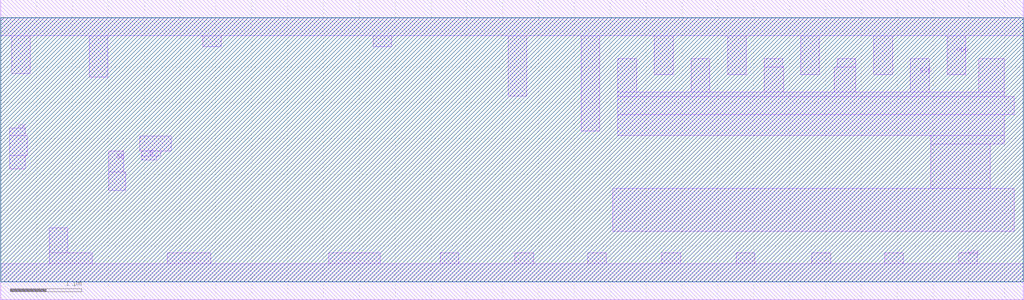
<source format=lef>
VERSION 5.7 ;
BUSBITCHARS "[]" ;
DIVIDERCHAR "/" ;

UNITS
 DATABASE MICRONS 2000 ;
END UNITS

LAYER TEXT
 TYPE MASTERSLICE ;
END TEXT

LAYER METAL1
 TYPE ROUTING ;
 PITCH 0.41 ;
 DIRECTION HORIZONTAL ;
 WIDTH 0.16 ;
 MINWIDTH 0.16 ;
 SPACING 0.18 ;
END METAL1

LAYER VIA12
 TYPE CUT ;
 SPACING 0.22 ;
END VIA12

LAYER METAL2
 TYPE ROUTING ;
 PITCH 0.46 ;
 DIRECTION VERTICAL ;
 WIDTH 0.2 ;
 MINWIDTH 0.2 ;
 SPACING 0.21 ;
 AREA 0.144 ;
END METAL2

LAYER VIA23
 TYPE CUT ;
 SPACING 0.22 ;
END VIA23

LAYER METAL3
 TYPE ROUTING ;
 PITCH 0.41 ;
 DIRECTION HORIZONTAL ;
 WIDTH 0.2 ;
 MINWIDTH 0.2 ;
 SPACING 0.21 ;
 AREA 0.144 ;
END METAL3

LAYER VIA34
 TYPE CUT ;
 SPACING 0.22 ;
END VIA34

LAYER METAL4
 TYPE ROUTING ;
 PITCH 0.46 ;
 DIRECTION VERTICAL ;
 WIDTH 0.2 ;
 MINWIDTH 0.2 ;
 SPACING 0.21 ;
 AREA 0.144 ;
END METAL4

LAYER VIA45
 TYPE CUT ;
 SPACING 0.22 ;
END VIA45

LAYER METAL5
 TYPE ROUTING ;
 PITCH 0.41 ;
 DIRECTION HORIZONTAL ;
 WIDTH 0.2 ;
 MINWIDTH 0.2 ;
 SPACING 0.21 ;
 AREA 0.144 ;
END METAL5

LAYER VIA56
 TYPE CUT ;
 SPACING 0.22 ;
END VIA56

LAYER METAL6
 TYPE ROUTING ;
 PITCH 0.46 ;
 DIRECTION VERTICAL ;
 WIDTH 0.2 ;
 MINWIDTH 0.2 ;
 SPACING 0.21 ;
 AREA 0.144 ;
END METAL6

LAYER VIA67
 TYPE CUT ;
 SPACING 0.22 ;
END VIA67

LAYER METAL7
 TYPE ROUTING ;
 PITCH 0.41 ;
 DIRECTION HORIZONTAL ;
 WIDTH 0.2 ;
 MINWIDTH 0.2 ;
 SPACING 0.21 ; 
END METAL7

LAYER VIA78
 TYPE CUT ;
 SPACING 0.35 ;
END VIA78

LAYER METAL8
 TYPE ROUTING ;
 PITCH 1.38 ;
 DIRECTION VERTICAL ;
 WIDTH 0.44 ;
 MINWIDTH 0.44 ;
 SPACING 0.46 ;
END METAL8

VIARULE via1Array GENERATE
  LAYER METAL1 ;
    ENCLOSURE 0.05 0.05 ;
  LAYER METAL2 ;
    ENCLOSURE 0.05 0.05 ;
  LAYER VIA12 ;
    RECT -0.095 -0.095 0.095 0.095 ;
    SPACING 0.48 BY 0.48 ;
END via1Array

VIARULE via2Array GENERATE
  LAYER METAL2 ;
    ENCLOSURE 0.05 0.05 ;
  LAYER METAL3 ;
    ENCLOSURE 0.05 0.05 ;
  LAYER VIA23 ;
    RECT -0.095 -0.095 0.095 0.095 ;
    SPACING 0.48 BY 0.48 ;
END via2Array

VIARULE via3Array GENERATE
  LAYER METAL3 ;
    ENCLOSURE 0.05 0.05 ;
  LAYER METAL4 ;
    ENCLOSURE 0.05 0.05 ;
  LAYER VIA34 ;
    RECT -0.095 -0.095 0.095 0.095 ;
    SPACING 0.48 BY 0.48 ;
END via3Array

VIARULE via4Array GENERATE
  LAYER METAL4 ;
    ENCLOSURE 0.05 0.05 ;
  LAYER METAL5 ;
    ENCLOSURE 0.05 0.05 ;
  LAYER VIA45 ;
    RECT -0.095 -0.095 0.095 0.095 ;
    SPACING 0.48 BY 0.48 ;
END via4Array

VIARULE via5Array GENERATE
  LAYER METAL5 ;
    ENCLOSURE 0.05 0.05 ;
  LAYER METAL6 ;
    ENCLOSURE 0.05 0.05 ;
  LAYER VIA56 ;
    RECT -0.095 -0.095 0.095 0.095 ;
    SPACING 0.48 BY 0.48 ;
END via5Array

VIARULE via6Array GENERATE
  LAYER METAL6 ;
    ENCLOSURE 0.05 0.05 ;
  LAYER METAL7 ;
    ENCLOSURE 0.05 0.05 ;
  LAYER VIA67 ;
    RECT -0.095 -0.095 0.095 0.095 ;
    SPACING 0.48 BY 0.48 ;
END via6Array

VIARULE via7Array GENERATE
  LAYER METAL7 ;
    ENCLOSURE 0.05 0.09 ;
  LAYER METAL8 ;
    ENCLOSURE 0.05 0.09 ;
  LAYER VIA78 ;
    RECT -0.18 -0.18 0.18 0.18 ;
    SPACING 0.9 BY 0.9 ;
END via7Array

VIA via1 DEFAULT
  LAYER VIA12 ;
    RECT -0.095 -0.095 0.095 0.095 ;
  LAYER METAL1 ;
    RECT -0.105 -0.145 0.105 0.145 ;
  LAYER METAL2 ;
    RECT -0.1 -0.145 0.1 0.145 ;
  END via1

VIA via1vh DEFAULT
  LAYER VIA12 ;
    RECT -0.095 -0.095 0.095 0.095 ;
  LAYER METAL1 ;
    RECT -0.105 -0.145 0.105 0.145 ;
  LAYER METAL2 ;
    RECT -0.145 -0.1 0.145 0.1 ;
  END via1vh

VIA via2 DEFAULT
  LAYER VIA23 ;
    RECT -0.095 -0.095 0.095 0.095 ;
  LAYER METAL2 ;
    RECT -0.1 -0.145 0.1 0.145 ;
  LAYER METAL3 ;
    RECT -0.145 -0.1 0.145 0.1 ;
  END via2

VIA via2hh DEFAULT
  LAYER VIA23 ;
    RECT -0.095 -0.095 0.095 0.095 ;
  LAYER METAL2 ;
    RECT -0.145 -0.1 0.145 0.1 ;
  LAYER METAL3 ;
    RECT -0.145 -0.1 0.145 0.1 ;
  END via2hh

VIA via2ts DEFAULT
  LAYER VIA23 ;
    RECT -0.095 -0.095 0.095 0.095 ;
  LAYER METAL2 ;
    RECT -0.1 -0.36 0.1 0.36 ;
  LAYER METAL3 ;
    RECT -0.145 -0.1 0.145 0.1 ;
  END via2ts

VIA via3 DEFAULT
  LAYER VIA34 ;
    RECT -0.095 -0.095 0.095 0.095 ;
  LAYER METAL3 ;
    RECT -0.145 -0.1 0.145 0.1 ;
  LAYER METAL4 ;
    RECT -0.1 -0.145 0.1 0.145 ;
  END via3

VIA via3hh DEFAULT
  LAYER VIA34 ;
    RECT -0.095 -0.095 0.095 0.095 ;
  LAYER METAL3 ;
    RECT -0.145 -0.1 0.145 0.1 ;
  LAYER METAL4 ;
    RECT -0.145 -0.1 0.145 0.1 ;
  END via3hh

VIA via3ts DEFAULT
  LAYER VIA34 ;
    RECT -0.095 -0.095 0.095 0.095 ;
  LAYER METAL3 ;
    RECT -0.36 -0.1 0.36 0.1 ;
  LAYER METAL4 ;
    RECT -0.1 -0.145 0.1 0.145 ;
  END via3ts

VIA via4 DEFAULT
  LAYER VIA45 ;
    RECT -0.095 -0.095 0.095 0.095 ;
  LAYER METAL4 ;
    RECT -0.1 -0.145 0.1 0.145 ;
  LAYER METAL5 ;
    RECT -0.145 -0.1 0.145 0.1 ;
  END via4

VIA via4hh DEFAULT
  LAYER VIA45 ;
    RECT -0.095 -0.095 0.095 0.095 ;
  LAYER METAL4 ;
    RECT -0.145 -0.1 0.145 0.1 ;
  LAYER METAL5 ;
    RECT -0.145 -0.1 0.145 0.1 ;
  END via4hh

VIA via4ts DEFAULT
  LAYER VIA45 ;
    RECT -0.095 -0.095 0.095 0.095 ;
  LAYER METAL4 ;
    RECT -0.1 -0.36 0.1 0.36 ;
  LAYER METAL5 ;
    RECT -0.145 -0.1 0.145 0.1 ;
  END via4ts

VIA via5 DEFAULT
  LAYER VIA56 ;
    RECT -0.095 -0.095 0.095 0.095 ;
  LAYER METAL5 ;
    RECT -0.145 -0.1 0.145 0.1 ;
  LAYER METAL6 ;
    RECT -0.1 -0.145 0.1 0.145 ;
  END via5

VIA via5vv DEFAULT
  LAYER VIA56 ;
    RECT -0.095 -0.095 0.095 0.095 ;
  LAYER METAL5 ;
    RECT -0.1 -0.145 0.1 0.145 ;
  LAYER METAL6 ;
    RECT -0.1 -0.145 0.1 0.145 ;
  END via5vv

VIA via5ts DEFAULT
  LAYER VIA56 ;
    RECT -0.095 -0.095 0.095 0.095 ;
  LAYER METAL5 ;
    RECT -0.36 -0.1 0.36 0.1 ;
  LAYER METAL6 ;
    RECT -0.1 -0.145 0.1 0.145 ;
  END via5ts

VIA via6 DEFAULT
  LAYER VIA67 ;
    RECT -0.095 -0.095 0.095 0.095 ;
  LAYER METAL6 ;
    RECT -0.1 -0.145 0.1 0.145 ;
  LAYER METAL7 ;
    RECT -0.145 -0.1 0.145 0.1 ;
  END via6

VIA via6hh DEFAULT
  LAYER VIA67 ;
    RECT -0.095 -0.095 0.095 0.095 ;
  LAYER METAL6 ;
    RECT -0.145 -0.1 0.145 0.1 ;
  LAYER METAL7 ;
    RECT -0.145 -0.1 0.145 0.1 ;
  END via6hh

VIA via6ts DEFAULT
  LAYER VIA67 ;
    RECT -0.095 -0.095 0.095 0.095 ;
  LAYER METAL6 ;
    RECT -0.1 -0.36 0.1 0.36 ;
  LAYER METAL7 ;
    RECT -0.145 -0.1 0.145 0.1 ;
  END via6ts

VIA via7 DEFAULT
  LAYER VIA78 ;
    RECT -0.18 -0.18 0.18 0.18 ;
  LAYER METAL7 ;
    RECT -0.23 -0.19 0.23 0.19 ;
  LAYER METAL8 ;
    RECT -0.27 -0.27 0.27 0.27 ;
  END via7

MACRO CELL1
 CLASS CORE ;
 FOREIGN CELL1 ;
 ORIGIN 0 0 ;
 SIZE 14.26 BY 3.69 ;
 SYMMETRY X Y  ;
 PIN SE
 DIRECTION INPUT ;
 USE SIGNAL ;
 PORT
 LAYER METAL1 ;
 RECT 1.505 1.275 1.745 1.535 ;
 RECT 1.505 1.535 1.715 1.83 ;
 END
 END SE

 PIN ECK
 DIRECTION OUTPUT ;
 USE SIGNAL ;
 PORT
 LAYER METAL1 ;
 RECT 8.605 2.585 13.995 2.65 ;
 RECT 9.625 2.65 9.885 3.115 ;
 RECT 8.605 2.65 8.865 3.115 ;
 RECT 13.64 2.65 13.99 3.115 ;
 RECT 11.625 2.65 11.925 2.995 ;
 RECT 10.645 2.65 10.915 2.995 ;
 RECT 8.605 2.335 14.135 2.585 ;
 RECT 8.605 2.045 13.995 2.335 ;
 RECT 11.665 2.995 11.925 3.115 ;
 RECT 10.645 2.995 10.905 3.115 ;
 RECT 12.965 1.305 13.795 1.925 ;
 RECT 8.53 0.705 14.13 1.305 ;
 RECT 12.965 1.925 13.995 2.045 ;
 RECT 12.685 2.65 12.945 3.115 ;
 END
 END ECK

 PIN E
 DIRECTION INPUT ;
 USE SIGNAL ;
 PORT
 LAYER METAL1 ;
 RECT 1.965 1.755 2.23 1.825 ;
 RECT 1.94 1.825 2.38 2.035 ;
 RECT 1.965 1.7 2.175 1.755 ;
 END
 END E

 PIN CK
 DIRECTION INPUT ;
 USE CLOCK ;
 PORT
 LAYER METAL1 ;
 RECT 0.125 1.765 0.37 2.045 ;
 RECT 0.125 1.575 0.345 1.765 ;
 RECT 0.125 2.045 0.345 2.145 ;
 END
 END CK

 PIN VSS
 DIRECTION INOUT ;
 USE GROUND ;
 PORT
 LAYER METAL1 ;
 RECT 0 -0.25 14.26 0.25 ;
 RECT 12.325 0.25 12.585 0.405 ;
 RECT 11.31 0.25 11.57 0.405 ;
 RECT 10.255 0.25 10.515 0.405 ;
 RECT 9.22 0.25 9.48 0.405 ;
 RECT 8.185 0.25 8.445 0.405 ;
 RECT 7.17 0.25 7.43 0.405 ;
 RECT 6.125 0.25 6.385 0.405 ;
 RECT 4.575 0.25 5.295 0.405 ;
 RECT 2.325 0.25 2.925 0.405 ;
 RECT 0.675 0.25 1.275 0.405 ;
 RECT 0.675 0.405 0.935 0.755 ;
 RECT 13.355 0.25 13.615 0.405 ;
 END
 END VSS

 PIN VDD
 DIRECTION INOUT ;
 USE POWER ;
 PORT
 LAYER METAL1 ;
 RECT 0 3.44 14.26 3.94 ;
 RECT 12.175 2.895 12.435 3.44 ;
 RECT 11.155 2.895 11.415 3.44 ;
 RECT 10.135 2.895 10.395 3.44 ;
 RECT 9.115 2.895 9.375 3.44 ;
 RECT 8.095 2.105 8.355 3.44 ;
 RECT 7.075 2.595 7.335 3.44 ;
 RECT 5.195 3.285 5.455 3.44 ;
 RECT 2.815 3.285 3.075 3.44 ;
 RECT 1.235 2.86 1.495 3.44 ;
 RECT 0.15 2.905 0.41 3.44 ;
 RECT 13.195 2.895 13.455 3.44 ;
 END
 END VDD

END CELL1

MACRO CELL2
 CLASS CORE ;
 FOREIGN CELL2 ;
 ORIGIN 0 0 ;
 SIZE 9.66 BY 3.69 ;
 SYMMETRY X Y  ;
 PIN Q
 DIRECTION OUTPUT ;
 USE SIGNAL ;
 PORT
 LAYER METAL1 ;
 RECT 9.265 1.105 9.535 1.235 ;
 RECT 9.265 0.975 9.525 1.105 ;
 RECT 9.325 1.235 9.535 1.955 ;
 RECT 9.265 1.955 9.535 2.175 ;
 RECT 9.265 2.175 9.525 2.555 ;
 END
 END Q

 PIN D
 DIRECTION INPUT ;
 USE SIGNAL ;
 PORT
 LAYER METAL1 ;
 RECT 1.64 1.29 2.175 1.55 ;
 RECT 1.965 1.55 2.175 1.58 ;
 END
 END D

 PIN CK
 DIRECTION INPUT ;
 USE CLOCK ;
 PORT
 LAYER METAL1 ;
 RECT 0.12 1.695 0.395 1.955 ;
 RECT 0.12 1.52 0.345 1.695 ;
 RECT 0.12 1.955 0.345 2.13 ;
 END
 END CK

 PIN VSS
 DIRECTION INOUT ;
 USE GROUND ;
 PORT
 LAYER METAL1 ;
 RECT 0 -0.25 9.66 0.25 ;
 RECT 7.565 0.25 7.825 1.045 ;
 RECT 5.625 0.25 5.885 0.405 ;
 RECT 4.375 0.25 4.635 0.405 ;
 RECT 2.475 0.25 2.635 0.745 ;
 RECT 0.705 0.25 1.305 0.405 ;
 RECT 8.755 0.25 9.015 1.235 ;
 END
 END VSS

 PIN VDD
 DIRECTION INOUT ;
 USE POWER ;
 PORT
 LAYER METAL1 ;
 RECT 0 3.44 9.66 3.94 ;
 RECT 5.065 3.285 6.125 3.44 ;
 RECT 3.305 3.285 3.565 3.44 ;
 RECT 2.42 3.285 2.68 3.44 ;
 RECT 0.49 3.285 0.75 3.44 ;
 RECT 8.365 2.895 8.965 3.44 ;
 END
 END VDD

END CELL2

END LIBRARY

</source>
